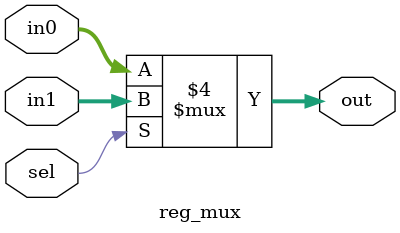
<source format=v>
`timescale 1ns / 1ps

module reg_mux(
    input wire [4:0] in0,
    input wire [4:0] in1,
    input wire sel,
    output reg[4:0] out
);

    always @(*) begin
        if(sel == 0)
            out <= in0;
        else
            out <= in1;
    end

endmodule

</source>
